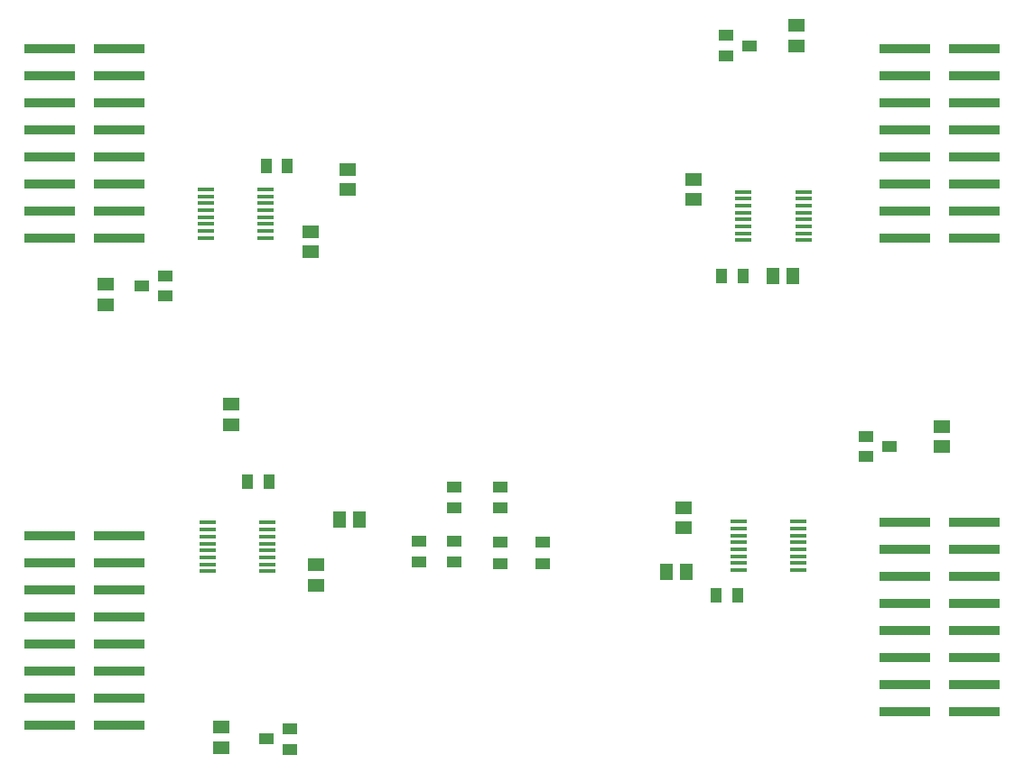
<source format=gtp>
G75*
%MOIN*%
%OFA0B0*%
%FSLAX24Y24*%
%IPPOS*%
%LPD*%
%AMOC8*
5,1,8,0,0,1.08239X$1,22.5*
%
%ADD10R,0.0591X0.0512*%
%ADD11R,0.0551X0.0394*%
%ADD12R,0.0551X0.0433*%
%ADD13R,0.1890X0.0350*%
%ADD14R,0.0610X0.0118*%
%ADD15R,0.0433X0.0551*%
%ADD16R,0.0512X0.0591*%
D10*
X010583Y002338D03*
X010583Y003087D03*
X014083Y008338D03*
X014083Y009087D03*
X010958Y014276D03*
X010958Y015024D03*
X006333Y018713D03*
X006333Y019462D03*
X013896Y020651D03*
X013896Y021399D03*
X015271Y022963D03*
X015271Y023712D03*
X028021Y023337D03*
X028021Y022588D03*
X031833Y028276D03*
X031833Y029024D03*
X037208Y014212D03*
X037208Y013463D03*
X027646Y011212D03*
X027646Y010463D03*
D11*
X034400Y013088D03*
X034400Y013837D03*
X035266Y013463D03*
X029213Y027901D03*
X030079Y028275D03*
X029213Y028649D03*
X008516Y019774D03*
X008516Y019026D03*
X007650Y019400D03*
X013141Y003024D03*
X013141Y002276D03*
X012275Y002650D03*
D12*
X017896Y009194D03*
X017896Y009981D03*
X019208Y009981D03*
X019208Y009194D03*
X020896Y009131D03*
X020896Y009919D03*
X022458Y009919D03*
X022458Y009131D03*
X020896Y011194D03*
X020896Y011981D03*
X019208Y011981D03*
X019208Y011194D03*
D13*
X004274Y003150D03*
X004274Y004150D03*
X004274Y005150D03*
X004274Y006150D03*
X004274Y007150D03*
X004274Y008150D03*
X004274Y009150D03*
X004274Y010150D03*
X006833Y010150D03*
X006833Y009150D03*
X006833Y008150D03*
X006833Y007150D03*
X006833Y006150D03*
X006833Y005150D03*
X006833Y004150D03*
X006833Y003150D03*
X006833Y021150D03*
X006833Y022150D03*
X006833Y023150D03*
X006833Y024150D03*
X006833Y025150D03*
X006833Y026150D03*
X006833Y027150D03*
X006833Y028150D03*
X004274Y028150D03*
X004274Y027150D03*
X004274Y026150D03*
X004274Y025150D03*
X004274Y024150D03*
X004274Y023150D03*
X004274Y022150D03*
X004274Y021150D03*
X035833Y021150D03*
X035833Y022150D03*
X035833Y023150D03*
X035833Y024150D03*
X035833Y025150D03*
X035833Y026150D03*
X035833Y027150D03*
X035833Y028150D03*
X038392Y028150D03*
X038392Y027150D03*
X038392Y026150D03*
X038392Y025150D03*
X038392Y024150D03*
X038392Y023150D03*
X038392Y022150D03*
X038392Y021150D03*
X038392Y010650D03*
X038392Y009650D03*
X038392Y008650D03*
X038392Y007650D03*
X038392Y006650D03*
X038392Y005650D03*
X038392Y004650D03*
X038392Y003650D03*
X035833Y003650D03*
X035833Y004650D03*
X035833Y005650D03*
X035833Y006650D03*
X035833Y007650D03*
X035833Y008650D03*
X035833Y009650D03*
X035833Y010650D03*
D14*
X031896Y010691D03*
X031896Y010435D03*
X031896Y010180D03*
X031896Y009924D03*
X031896Y009668D03*
X031896Y009412D03*
X031896Y009156D03*
X031896Y008900D03*
X029691Y008900D03*
X029691Y009156D03*
X029691Y009412D03*
X029691Y009668D03*
X029691Y009924D03*
X029691Y010180D03*
X029691Y010435D03*
X029691Y010691D03*
X029878Y021088D03*
X029878Y021343D03*
X029878Y021599D03*
X029878Y021855D03*
X029878Y022111D03*
X029878Y022367D03*
X029878Y022623D03*
X029878Y022879D03*
X032083Y022879D03*
X032083Y022623D03*
X032083Y022367D03*
X032083Y022111D03*
X032083Y021855D03*
X032083Y021599D03*
X032083Y021343D03*
X032083Y021088D03*
X012225Y021171D03*
X012225Y021427D03*
X012225Y021683D03*
X012225Y021939D03*
X012225Y022195D03*
X012225Y022451D03*
X012225Y022707D03*
X012225Y022963D03*
X010021Y022963D03*
X010021Y022707D03*
X010021Y022451D03*
X010021Y022195D03*
X010021Y021939D03*
X010021Y021683D03*
X010021Y021427D03*
X010021Y021171D03*
X010083Y010650D03*
X010083Y010394D03*
X010083Y010138D03*
X010083Y009882D03*
X010083Y009626D03*
X010083Y009370D03*
X010083Y009115D03*
X010083Y008859D03*
X012288Y008859D03*
X012288Y009115D03*
X012288Y009370D03*
X012288Y009626D03*
X012288Y009882D03*
X012288Y010138D03*
X012288Y010394D03*
X012288Y010650D03*
D15*
X012352Y012150D03*
X011564Y012150D03*
X012252Y023838D03*
X013039Y023838D03*
X029064Y019775D03*
X029852Y019775D03*
X029664Y007963D03*
X028877Y007963D03*
D16*
X027770Y008838D03*
X027022Y008838D03*
X015707Y010775D03*
X014959Y010775D03*
X030959Y019775D03*
X031707Y019775D03*
M02*

</source>
